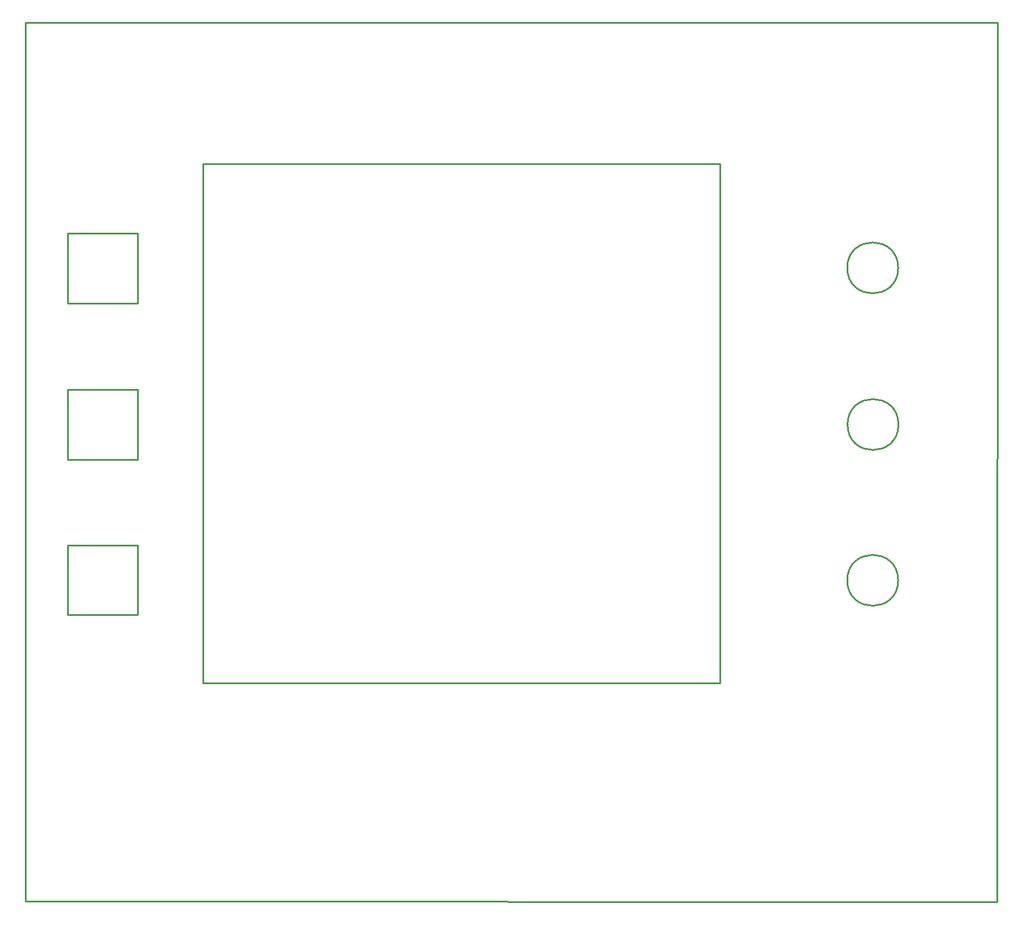
<source format=gko>
G04 Layer: BoardOutlineLayer*
G04 EasyEDA v6.5.29, 2023-07-18 11:19:17*
G04 5f2044cace3448bf888c74a195837e88,5a6b42c53f6a479593ecc07194224c93,10*
G04 Gerber Generator version 0.2*
G04 Scale: 100 percent, Rotated: No, Reflected: No *
G04 Dimensions in millimeters *
G04 leading zeros omitted , absolute positions ,4 integer and 5 decimal *
%FSLAX45Y45*%
%MOMM*%

%ADD10C,0.2540*%
D10*
X0Y12852400D02*
G01*
X14236700Y12852400D01*
X14224000Y-12700D01*
X0Y0D01*
X0Y12852400D01*
X2603500Y10782300D02*
G01*
X2603500Y3187700D01*
X2603500Y3187700D02*
G01*
X10172700Y3187700D01*
X10172700Y3187700D02*
G01*
X10172700Y10782300D01*
X10172700Y10782300D02*
G01*
X2603500Y10782300D01*
G75*
G01*
X12035206Y9263680D02*
G02*
X12780604Y9263680I372699J0D01*
G75*
G01*
X12780604Y9263680D02*
G02*
X12035206Y9263680I-372699J0D01*
X12035205Y9263679D02*
G01*
X12035205Y9263679D01*
G75*
G01*
X12039600Y6972300D02*
G02*
X12784999Y6972300I372699J0D01*
G75*
G01*
X12784999Y6972300D02*
G02*
X12039600Y6972300I-372700J0D01*
X12039600Y6972300D02*
G01*
X12039600Y6972300D01*
G75*
G01*
X12035208Y4693623D02*
G02*
X12780607Y4693623I372700J0D01*
G75*
G01*
X12780607Y4693623D02*
G02*
X12035208Y4693623I-372699J0D01*
X12035208Y4693622D02*
G01*
X12035208Y4693622D01*
X622300Y5207000D02*
G01*
X622300Y4186999D01*
X622300Y4186999D02*
G01*
X1642300Y4186999D01*
X1642300Y4186999D02*
G01*
X1642300Y5207000D01*
X1642300Y5207000D02*
G01*
X622300Y5207000D01*
X622300Y7480300D02*
G01*
X622300Y6460299D01*
X622300Y6460299D02*
G01*
X1642300Y6460299D01*
X1642300Y6460299D02*
G01*
X1642300Y7480300D01*
X1642300Y7480300D02*
G01*
X622300Y7480300D01*
X622300Y9766300D02*
G01*
X622300Y8746299D01*
X622300Y8746299D02*
G01*
X1642300Y8746299D01*
X1642300Y8746299D02*
G01*
X1642300Y9766300D01*
X1642300Y9766300D02*
G01*
X622300Y9766300D01*

%LPD*%
M02*

</source>
